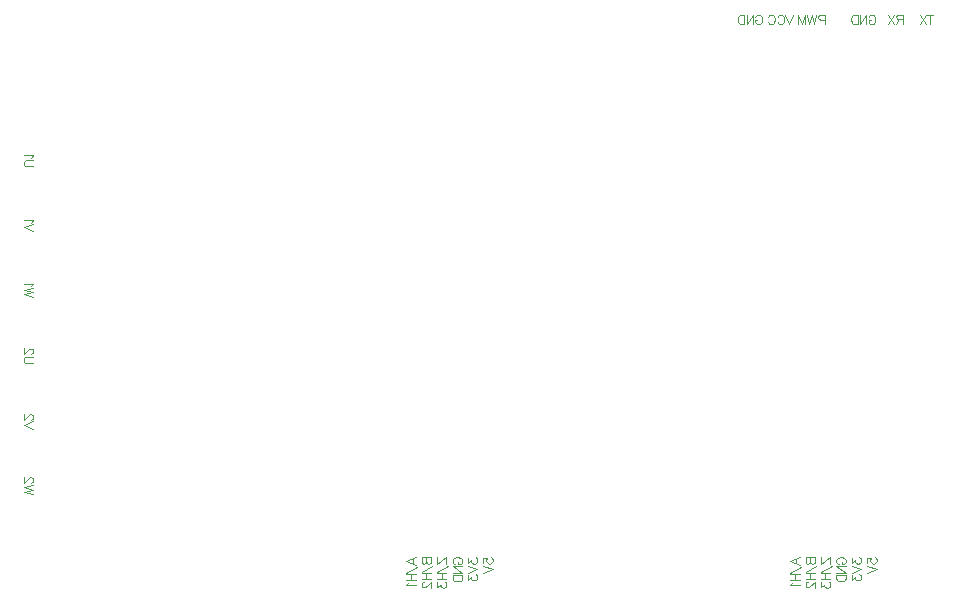
<source format=gbo>
G04*
G04 #@! TF.GenerationSoftware,Altium Limited,Altium Designer,23.3.1 (30)*
G04*
G04 Layer_Color=32896*
%FSLAX25Y25*%
%MOIN*%
G70*
G04*
G04 #@! TF.SameCoordinates,E5E33378-C9C0-40F0-BAD3-03F64417F324*
G04*
G04*
G04 #@! TF.FilePolarity,Positive*
G04*
G01*
G75*
%ADD22C,0.00492*%
D22*
X16741Y142392D02*
X14492D01*
X14042Y142542D01*
X13742Y142842D01*
X13592Y143292D01*
Y143592D01*
X13742Y144042D01*
X14042Y144342D01*
X14492Y144491D01*
X16741D01*
X16141Y145361D02*
X16291Y145661D01*
X16741Y146111D01*
X13592D01*
X16741Y120892D02*
X13592Y122092D01*
X16741Y123291D02*
X13592Y122092D01*
X16141Y123696D02*
X16291Y123996D01*
X16741Y124446D01*
X13592D01*
X16741Y98992D02*
X13592Y99742D01*
X16741Y100492D02*
X13592Y99742D01*
X16741Y100492D02*
X13592Y101241D01*
X16741Y101991D02*
X13592Y101241D01*
X16141Y102621D02*
X16291Y102921D01*
X16741Y103371D01*
X13592D01*
X16741Y76792D02*
X14492D01*
X14042Y76942D01*
X13742Y77242D01*
X13592Y77692D01*
Y77992D01*
X13742Y78442D01*
X14042Y78742D01*
X14492Y78891D01*
X16741D01*
X15991Y79911D02*
X16141D01*
X16441Y80061D01*
X16591Y80211D01*
X16741Y80511D01*
Y81111D01*
X16591Y81411D01*
X16441Y81560D01*
X16141Y81710D01*
X15841D01*
X15541Y81560D01*
X15092Y81261D01*
X13592Y79761D01*
Y81860D01*
X16741Y54992D02*
X13592Y56192D01*
X16741Y57391D02*
X13592Y56192D01*
X15991Y57946D02*
X16141D01*
X16441Y58096D01*
X16591Y58246D01*
X16741Y58546D01*
Y59146D01*
X16591Y59446D01*
X16441Y59596D01*
X16141Y59746D01*
X15841D01*
X15541Y59596D01*
X15092Y59296D01*
X13592Y57796D01*
Y59895D01*
X16741Y33192D02*
X13592Y33942D01*
X16741Y34692D02*
X13592Y33942D01*
X16741Y34692D02*
X13592Y35441D01*
X16741Y36191D02*
X13592Y35441D01*
X15991Y36971D02*
X16141D01*
X16441Y37121D01*
X16591Y37271D01*
X16741Y37571D01*
Y38170D01*
X16591Y38470D01*
X16441Y38620D01*
X16141Y38770D01*
X15841D01*
X15541Y38620D01*
X15092Y38320D01*
X13592Y36821D01*
Y38920D01*
X285298Y9857D02*
X284998Y10007D01*
X284698Y10307D01*
X284548Y10607D01*
Y11207D01*
X284698Y11507D01*
X284998Y11806D01*
X285298Y11956D01*
X285748Y12106D01*
X286497D01*
X286947Y11956D01*
X287247Y11806D01*
X287547Y11507D01*
X287697Y11207D01*
Y10607D01*
X287547Y10307D01*
X287247Y10007D01*
X286947Y9857D01*
X286497D01*
Y10607D02*
Y9857D01*
X284548Y9137D02*
X287697D01*
X284548D02*
X287697Y7038D01*
X284548D02*
X287697D01*
X284548Y6168D02*
X287697D01*
X284548D02*
Y5119D01*
X284698Y4669D01*
X284998Y4369D01*
X285298Y4219D01*
X285748Y4069D01*
X286497D01*
X286947Y4219D01*
X287247Y4369D01*
X287547Y4669D01*
X287697Y5119D01*
Y6168D01*
X289666Y11806D02*
Y10157D01*
X290866Y11057D01*
Y10607D01*
X291016Y10307D01*
X291165Y10157D01*
X291615Y10007D01*
X291915D01*
X292365Y10157D01*
X292665Y10457D01*
X292815Y10907D01*
Y11357D01*
X292665Y11806D01*
X292515Y11956D01*
X292215Y12106D01*
X289666Y9302D02*
X292815Y8103D01*
X289666Y6903D02*
X292815Y8103D01*
X289666Y6198D02*
Y4549D01*
X290866Y5449D01*
Y4999D01*
X291016Y4699D01*
X291165Y4549D01*
X291615Y4399D01*
X291915D01*
X292365Y4549D01*
X292665Y4849D01*
X292815Y5299D01*
Y5748D01*
X292665Y6198D01*
X292515Y6348D01*
X292215Y6498D01*
X294784Y10307D02*
Y11806D01*
X296134Y11956D01*
X295984Y11806D01*
X295834Y11357D01*
Y10907D01*
X295984Y10457D01*
X296284Y10157D01*
X296733Y10007D01*
X297033D01*
X297483Y10157D01*
X297783Y10457D01*
X297933Y10907D01*
Y11357D01*
X297783Y11806D01*
X297633Y11956D01*
X297333Y12106D01*
X294784Y9302D02*
X297933Y8103D01*
X294784Y6903D02*
X297933Y8103D01*
X279374Y10007D02*
X282523Y12106D01*
X279374D02*
Y10007D01*
X282523Y12106D02*
Y10007D01*
X282972Y9302D02*
X279374Y7203D01*
Y6993D02*
X282523D01*
X279374Y4894D02*
X282523D01*
X280873Y6993D02*
Y4894D01*
X279374Y3724D02*
Y2075D01*
X280573Y2974D01*
Y2525D01*
X280723Y2225D01*
X280873Y2075D01*
X281323Y1925D01*
X281623D01*
X282073Y2075D01*
X282373Y2375D01*
X282523Y2825D01*
Y3274D01*
X282373Y3724D01*
X282223Y3874D01*
X281923Y4024D01*
X274255Y12106D02*
X277404D01*
X274255D02*
Y10757D01*
X274406Y10307D01*
X274555Y10157D01*
X274855Y10007D01*
X275155D01*
X275455Y10157D01*
X275605Y10307D01*
X275755Y10757D01*
Y12106D02*
Y10757D01*
X275905Y10307D01*
X276055Y10157D01*
X276355Y10007D01*
X276805D01*
X277105Y10157D01*
X277255Y10307D01*
X277404Y10757D01*
Y12106D01*
X277854Y9302D02*
X274255Y7203D01*
Y6993D02*
X277404D01*
X274255Y4894D02*
X277404D01*
X275755Y6993D02*
Y4894D01*
X275005Y3874D02*
X274855D01*
X274555Y3724D01*
X274406Y3574D01*
X274255Y3274D01*
Y2675D01*
X274406Y2375D01*
X274555Y2225D01*
X274855Y2075D01*
X275155D01*
X275455Y2225D01*
X275905Y2524D01*
X277404Y4024D01*
Y1925D01*
X272286Y9707D02*
X269137Y10907D01*
X272286Y12106D01*
X271237Y11656D02*
Y10157D01*
X272736Y8972D02*
X269137Y6873D01*
Y6663D02*
X272286D01*
X269137Y4564D02*
X272286D01*
X270637Y6663D02*
Y4564D01*
X269737Y3694D02*
X269587Y3394D01*
X269137Y2944D01*
X272286D01*
X144334Y9707D02*
X141185Y10907D01*
X144334Y12106D01*
X143284Y11656D02*
Y10157D01*
X144783Y8972D02*
X141185Y6873D01*
Y6663D02*
X144334D01*
X141185Y4564D02*
X144334D01*
X142684Y6663D02*
Y4564D01*
X141785Y3694D02*
X141635Y3394D01*
X141185Y2944D01*
X144334D01*
X146303Y12106D02*
X149452D01*
X146303D02*
Y10757D01*
X146453Y10307D01*
X146603Y10157D01*
X146903Y10007D01*
X147203D01*
X147502Y10157D01*
X147652Y10307D01*
X147802Y10757D01*
Y12106D02*
Y10757D01*
X147952Y10307D01*
X148102Y10157D01*
X148402Y10007D01*
X148852D01*
X149152Y10157D01*
X149302Y10307D01*
X149452Y10757D01*
Y12106D01*
X149902Y9302D02*
X146303Y7203D01*
Y6993D02*
X149452D01*
X146303Y4894D02*
X149452D01*
X147802Y6993D02*
Y4894D01*
X147053Y3874D02*
X146903D01*
X146603Y3724D01*
X146453Y3574D01*
X146303Y3274D01*
Y2675D01*
X146453Y2375D01*
X146603Y2225D01*
X146903Y2075D01*
X147203D01*
X147502Y2225D01*
X147952Y2524D01*
X149452Y4024D01*
Y1925D01*
X151421Y10007D02*
X154570Y12106D01*
X151421D02*
Y10007D01*
X154570Y12106D02*
Y10007D01*
X155020Y9302D02*
X151421Y7203D01*
Y6993D02*
X154570D01*
X151421Y4894D02*
X154570D01*
X152920Y6993D02*
Y4894D01*
X151421Y3724D02*
Y2075D01*
X152620Y2974D01*
Y2524D01*
X152770Y2225D01*
X152920Y2075D01*
X153370Y1925D01*
X153670D01*
X154120Y2075D01*
X154420Y2375D01*
X154570Y2824D01*
Y3274D01*
X154420Y3724D01*
X154270Y3874D01*
X153970Y4024D01*
X166831Y10307D02*
Y11806D01*
X168181Y11956D01*
X168031Y11806D01*
X167881Y11357D01*
Y10907D01*
X168031Y10457D01*
X168331Y10157D01*
X168781Y10007D01*
X169081D01*
X169530Y10157D01*
X169830Y10457D01*
X169980Y10907D01*
Y11357D01*
X169830Y11806D01*
X169680Y11956D01*
X169380Y12106D01*
X166831Y9302D02*
X169980Y8103D01*
X166831Y6903D02*
X169980Y8103D01*
X161713Y11806D02*
Y10157D01*
X162913Y11057D01*
Y10607D01*
X163063Y10307D01*
X163213Y10157D01*
X163663Y10007D01*
X163962D01*
X164412Y10157D01*
X164712Y10457D01*
X164862Y10907D01*
Y11357D01*
X164712Y11806D01*
X164562Y11956D01*
X164262Y12106D01*
X161713Y9302D02*
X164862Y8103D01*
X161713Y6903D02*
X164862Y8103D01*
X161713Y6198D02*
Y4549D01*
X162913Y5449D01*
Y4999D01*
X163063Y4699D01*
X163213Y4549D01*
X163663Y4399D01*
X163962D01*
X164412Y4549D01*
X164712Y4849D01*
X164862Y5299D01*
Y5748D01*
X164712Y6198D01*
X164562Y6348D01*
X164262Y6498D01*
X157345Y9857D02*
X157045Y10007D01*
X156745Y10307D01*
X156595Y10607D01*
Y11207D01*
X156745Y11507D01*
X157045Y11806D01*
X157345Y11956D01*
X157795Y12106D01*
X158545D01*
X158994Y11956D01*
X159294Y11806D01*
X159594Y11507D01*
X159744Y11207D01*
Y10607D01*
X159594Y10307D01*
X159294Y10007D01*
X158994Y9857D01*
X158545D01*
Y10607D02*
Y9857D01*
X156595Y9137D02*
X159744D01*
X156595D02*
X159744Y7038D01*
X156595D02*
X159744D01*
X156595Y6168D02*
X159744D01*
X156595D02*
Y5119D01*
X156745Y4669D01*
X157045Y4369D01*
X157345Y4219D01*
X157795Y4069D01*
X158545D01*
X158994Y4219D01*
X159294Y4369D01*
X159594Y4669D01*
X159744Y5119D01*
Y6168D01*
X295290Y192261D02*
X295440Y192561D01*
X295740Y192861D01*
X296040Y193011D01*
X296640D01*
X296940Y192861D01*
X297239Y192561D01*
X297389Y192261D01*
X297539Y191812D01*
Y191062D01*
X297389Y190612D01*
X297239Y190312D01*
X296940Y190012D01*
X296640Y189862D01*
X296040D01*
X295740Y190012D01*
X295440Y190312D01*
X295290Y190612D01*
Y191062D01*
X296040D02*
X295290D01*
X294570Y193011D02*
Y189862D01*
Y193011D02*
X292471Y189862D01*
Y193011D02*
Y189862D01*
X291601Y193011D02*
Y189862D01*
Y193011D02*
X290552D01*
X290102Y192861D01*
X289802Y192561D01*
X289652Y192261D01*
X289502Y191812D01*
Y191062D01*
X289652Y190612D01*
X289802Y190312D01*
X290102Y190012D01*
X290552Y189862D01*
X291601D01*
X306594Y193011D02*
Y189862D01*
Y193011D02*
X305245D01*
X304795Y192861D01*
X304645Y192711D01*
X304495Y192411D01*
Y192111D01*
X304645Y191812D01*
X304795Y191662D01*
X305245Y191512D01*
X306594D01*
X305545D02*
X304495Y189862D01*
X303790Y193011D02*
X301691Y189862D01*
Y193011D02*
X303790Y189862D01*
X315781Y193011D02*
Y189862D01*
X316831Y193011D02*
X314731D01*
X314357D02*
X312257Y189862D01*
Y193011D02*
X314357Y189862D01*
X280610Y191362D02*
X279261D01*
X278811Y191512D01*
X278661Y191662D01*
X278511Y191962D01*
Y192411D01*
X278661Y192711D01*
X278811Y192861D01*
X279261Y193011D01*
X280610D01*
Y189862D01*
X277806Y193011D02*
X277056Y189862D01*
X276307Y193011D02*
X277056Y189862D01*
X276307Y193011D02*
X275557Y189862D01*
X274807Y193011D02*
X275557Y189862D01*
X274177Y193011D02*
Y189862D01*
Y193011D02*
X272978Y189862D01*
X271778Y193011D02*
X272978Y189862D01*
X271778Y193011D02*
Y189862D01*
X269980Y193011D02*
X268781Y189862D01*
X267581Y193011D02*
X268781Y189862D01*
X264927Y192261D02*
X265077Y192561D01*
X265377Y192861D01*
X265677Y193011D01*
X266277D01*
X266577Y192861D01*
X266876Y192561D01*
X267026Y192261D01*
X267176Y191812D01*
Y191062D01*
X267026Y190612D01*
X266876Y190312D01*
X266577Y190012D01*
X266277Y189862D01*
X265677D01*
X265377Y190012D01*
X265077Y190312D01*
X264927Y190612D01*
X261793Y192261D02*
X261943Y192561D01*
X262243Y192861D01*
X262543Y193011D01*
X263143D01*
X263442Y192861D01*
X263742Y192561D01*
X263892Y192261D01*
X264042Y191812D01*
Y191062D01*
X263892Y190612D01*
X263742Y190312D01*
X263442Y190012D01*
X263143Y189862D01*
X262543D01*
X262243Y190012D01*
X261943Y190312D01*
X261793Y190612D01*
X257495Y192261D02*
X257645Y192561D01*
X257945Y192861D01*
X258245Y193011D01*
X258844D01*
X259144Y192861D01*
X259444Y192561D01*
X259594Y192261D01*
X259744Y191812D01*
Y191062D01*
X259594Y190612D01*
X259444Y190312D01*
X259144Y190012D01*
X258844Y189862D01*
X258245D01*
X257945Y190012D01*
X257645Y190312D01*
X257495Y190612D01*
Y191062D01*
X258245D02*
X257495D01*
X256775Y193011D02*
Y189862D01*
Y193011D02*
X254676Y189862D01*
Y193011D02*
Y189862D01*
X253806Y193011D02*
Y189862D01*
Y193011D02*
X252756D01*
X252307Y192861D01*
X252007Y192561D01*
X251857Y192261D01*
X251707Y191812D01*
Y191062D01*
X251857Y190612D01*
X252007Y190312D01*
X252307Y190012D01*
X252756Y189862D01*
X253806D01*
M02*

</source>
